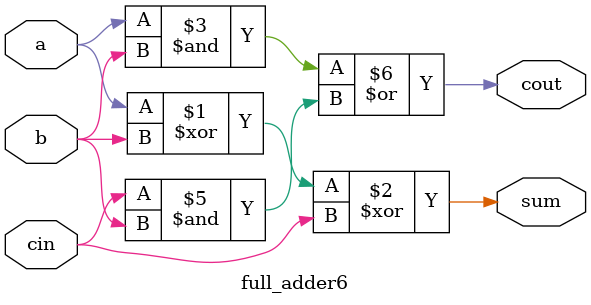
<source format=v>
module full_adder6(a,b,cin,sum,cout);
input a,b,cin;
output sum,cout;
assign sum = a^b^cin;
assign cout = a&b|cin&(1'b0|b); 
// initial begin
//     $display("The incorrect adder with or0 having in1/0");
// end   
endmodule
</source>
